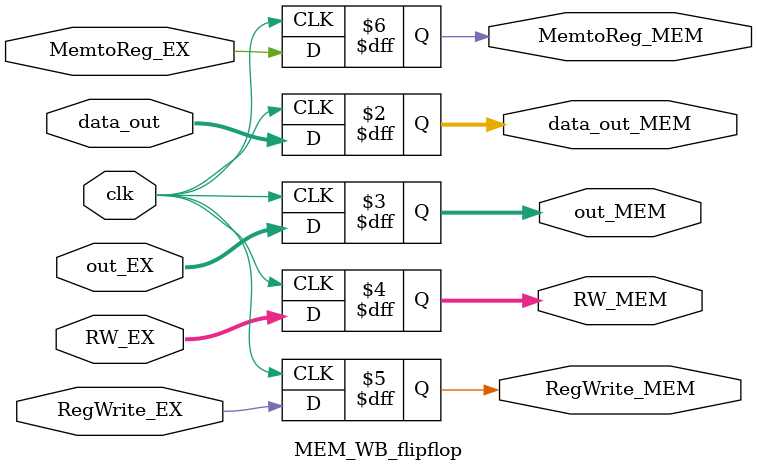
<source format=v>
module MEM_WB_flipflop(input [31:0]data_out,out_EX,
input clk,MemtoReg_EX,RegWrite_EX,
input [4:0]RW_EX,
output reg[31:0]data_out_MEM,out_MEM,
output reg[4:0]RW_MEM,
output reg RegWrite_MEM,MemtoReg_MEM);
always@(posedge clk)begin
	data_out_MEM=data_out;
	out_MEM=out_EX;
	
	RW_MEM=RW_EX;
	
	MemtoReg_MEM=MemtoReg_EX;
	RegWrite_MEM=RegWrite_EX;
end
endmodule
</source>
